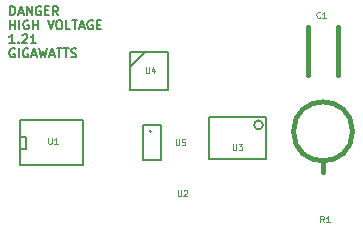
<source format=gto>
%FSLAX34Y34*%
G04 Gerber Fmt 3.4, Leading zero omitted, Abs format*
G04 (created by PCBNEW (2014-01-25 BZR 4633)-product) date Thu 30 Jan 2014 08:02:40 PM EST*
%MOIN*%
G01*
G70*
G90*
G04 APERTURE LIST*
%ADD10C,0.005906*%
%ADD11C,0.005000*%
%ADD12C,0.015000*%
%ADD13C,0.008000*%
%ADD14C,0.003000*%
G04 APERTURE END LIST*
G54D10*
G54D11*
X68461Y-42090D02*
X68461Y-41790D01*
X68532Y-41790D01*
X68575Y-41805D01*
X68604Y-41833D01*
X68618Y-41862D01*
X68632Y-41919D01*
X68632Y-41962D01*
X68618Y-42019D01*
X68604Y-42047D01*
X68575Y-42076D01*
X68532Y-42090D01*
X68461Y-42090D01*
X68747Y-42005D02*
X68890Y-42005D01*
X68718Y-42090D02*
X68818Y-41790D01*
X68918Y-42090D01*
X69018Y-42090D02*
X69018Y-41790D01*
X69190Y-42090D01*
X69190Y-41790D01*
X69490Y-41805D02*
X69461Y-41790D01*
X69418Y-41790D01*
X69375Y-41805D01*
X69347Y-41833D01*
X69332Y-41862D01*
X69318Y-41919D01*
X69318Y-41962D01*
X69332Y-42019D01*
X69347Y-42047D01*
X69375Y-42076D01*
X69418Y-42090D01*
X69447Y-42090D01*
X69490Y-42076D01*
X69504Y-42062D01*
X69504Y-41962D01*
X69447Y-41962D01*
X69632Y-41933D02*
X69732Y-41933D01*
X69775Y-42090D02*
X69632Y-42090D01*
X69632Y-41790D01*
X69775Y-41790D01*
X70075Y-42090D02*
X69975Y-41947D01*
X69904Y-42090D02*
X69904Y-41790D01*
X70018Y-41790D01*
X70047Y-41805D01*
X70061Y-41819D01*
X70075Y-41847D01*
X70075Y-41890D01*
X70061Y-41919D01*
X70047Y-41933D01*
X70018Y-41947D01*
X69904Y-41947D01*
X68461Y-42560D02*
X68461Y-42260D01*
X68461Y-42403D02*
X68632Y-42403D01*
X68632Y-42560D02*
X68632Y-42260D01*
X68775Y-42560D02*
X68775Y-42260D01*
X69075Y-42275D02*
X69047Y-42260D01*
X69004Y-42260D01*
X68961Y-42275D01*
X68932Y-42303D01*
X68918Y-42332D01*
X68904Y-42389D01*
X68904Y-42432D01*
X68918Y-42489D01*
X68932Y-42517D01*
X68961Y-42546D01*
X69004Y-42560D01*
X69032Y-42560D01*
X69075Y-42546D01*
X69090Y-42532D01*
X69090Y-42432D01*
X69032Y-42432D01*
X69218Y-42560D02*
X69218Y-42260D01*
X69218Y-42403D02*
X69390Y-42403D01*
X69390Y-42560D02*
X69390Y-42260D01*
X69718Y-42260D02*
X69818Y-42560D01*
X69918Y-42260D01*
X70075Y-42260D02*
X70132Y-42260D01*
X70161Y-42275D01*
X70190Y-42303D01*
X70204Y-42360D01*
X70204Y-42460D01*
X70190Y-42517D01*
X70161Y-42546D01*
X70132Y-42560D01*
X70075Y-42560D01*
X70047Y-42546D01*
X70018Y-42517D01*
X70004Y-42460D01*
X70004Y-42360D01*
X70018Y-42303D01*
X70047Y-42275D01*
X70075Y-42260D01*
X70475Y-42560D02*
X70332Y-42560D01*
X70332Y-42260D01*
X70532Y-42260D02*
X70704Y-42260D01*
X70618Y-42560D02*
X70618Y-42260D01*
X70790Y-42475D02*
X70932Y-42475D01*
X70761Y-42560D02*
X70861Y-42260D01*
X70961Y-42560D01*
X71218Y-42275D02*
X71190Y-42260D01*
X71147Y-42260D01*
X71104Y-42275D01*
X71075Y-42303D01*
X71061Y-42332D01*
X71047Y-42389D01*
X71047Y-42432D01*
X71061Y-42489D01*
X71075Y-42517D01*
X71104Y-42546D01*
X71147Y-42560D01*
X71175Y-42560D01*
X71218Y-42546D01*
X71232Y-42532D01*
X71232Y-42432D01*
X71175Y-42432D01*
X71361Y-42403D02*
X71461Y-42403D01*
X71504Y-42560D02*
X71361Y-42560D01*
X71361Y-42260D01*
X71504Y-42260D01*
X68618Y-43030D02*
X68447Y-43030D01*
X68532Y-43030D02*
X68532Y-42730D01*
X68504Y-42773D01*
X68475Y-42802D01*
X68447Y-42816D01*
X68747Y-43002D02*
X68761Y-43016D01*
X68747Y-43030D01*
X68732Y-43016D01*
X68747Y-43002D01*
X68747Y-43030D01*
X68875Y-42759D02*
X68890Y-42745D01*
X68918Y-42730D01*
X68990Y-42730D01*
X69018Y-42745D01*
X69032Y-42759D01*
X69047Y-42787D01*
X69047Y-42816D01*
X69032Y-42859D01*
X68861Y-43030D01*
X69047Y-43030D01*
X69332Y-43030D02*
X69161Y-43030D01*
X69247Y-43030D02*
X69247Y-42730D01*
X69218Y-42773D01*
X69189Y-42802D01*
X69161Y-42816D01*
X68618Y-43215D02*
X68590Y-43200D01*
X68547Y-43200D01*
X68504Y-43215D01*
X68475Y-43243D01*
X68461Y-43272D01*
X68447Y-43329D01*
X68447Y-43372D01*
X68461Y-43429D01*
X68475Y-43457D01*
X68504Y-43486D01*
X68547Y-43500D01*
X68575Y-43500D01*
X68618Y-43486D01*
X68632Y-43472D01*
X68632Y-43372D01*
X68575Y-43372D01*
X68761Y-43500D02*
X68761Y-43200D01*
X69061Y-43215D02*
X69032Y-43200D01*
X68990Y-43200D01*
X68947Y-43215D01*
X68918Y-43243D01*
X68904Y-43272D01*
X68890Y-43329D01*
X68890Y-43372D01*
X68904Y-43429D01*
X68918Y-43457D01*
X68947Y-43486D01*
X68990Y-43500D01*
X69018Y-43500D01*
X69061Y-43486D01*
X69075Y-43472D01*
X69075Y-43372D01*
X69018Y-43372D01*
X69190Y-43415D02*
X69332Y-43415D01*
X69161Y-43500D02*
X69261Y-43200D01*
X69361Y-43500D01*
X69432Y-43200D02*
X69504Y-43500D01*
X69561Y-43286D01*
X69618Y-43500D01*
X69690Y-43200D01*
X69790Y-43415D02*
X69932Y-43415D01*
X69761Y-43500D02*
X69861Y-43200D01*
X69961Y-43500D01*
X70018Y-43200D02*
X70190Y-43200D01*
X70104Y-43500D02*
X70104Y-43200D01*
X70247Y-43200D02*
X70418Y-43200D01*
X70332Y-43500D02*
X70332Y-43200D01*
X70504Y-43486D02*
X70547Y-43500D01*
X70618Y-43500D01*
X70647Y-43486D01*
X70661Y-43472D01*
X70675Y-43443D01*
X70675Y-43415D01*
X70661Y-43386D01*
X70647Y-43372D01*
X70618Y-43357D01*
X70561Y-43343D01*
X70532Y-43329D01*
X70518Y-43315D01*
X70504Y-43286D01*
X70504Y-43257D01*
X70518Y-43229D01*
X70532Y-43215D01*
X70561Y-43200D01*
X70632Y-43200D01*
X70675Y-43215D01*
G54D12*
X79400Y-44100D02*
X79400Y-42500D01*
X78400Y-42500D02*
X78400Y-44100D01*
X78900Y-46911D02*
X78900Y-47305D01*
X79884Y-45966D02*
G75*
G03X79884Y-45966I-984J0D01*
G74*
G01*
G54D11*
X68800Y-47050D02*
X68800Y-47100D01*
X68800Y-47100D02*
X70900Y-47100D01*
X70900Y-45600D02*
X68800Y-45600D01*
X68800Y-45600D02*
X68800Y-47050D01*
X68800Y-46150D02*
X69000Y-46150D01*
X69000Y-46150D02*
X69000Y-46550D01*
X69000Y-46550D02*
X68800Y-46550D01*
X70900Y-45600D02*
X70900Y-47100D01*
G54D13*
X77000Y-46900D02*
X75100Y-46900D01*
X75100Y-46900D02*
X75100Y-45500D01*
X75100Y-45500D02*
X77000Y-45500D01*
X77000Y-45500D02*
X77000Y-46900D01*
X76900Y-45750D02*
G75*
G03X76900Y-45750I-150J0D01*
G74*
G01*
X72475Y-43825D02*
X72950Y-43325D01*
X72475Y-43325D02*
X72475Y-44575D01*
X72475Y-44575D02*
X73725Y-44575D01*
X73725Y-44575D02*
X73725Y-43325D01*
X73725Y-43325D02*
X72475Y-43325D01*
G54D10*
X72910Y-46935D02*
X72910Y-45760D01*
X72910Y-45760D02*
X73485Y-45760D01*
X73485Y-45760D02*
X73485Y-46935D01*
X73485Y-46935D02*
X72935Y-46935D01*
X73160Y-45960D02*
G75*
G03X73160Y-45960I-25J0D01*
G74*
G01*
G54D14*
X78806Y-42161D02*
X78797Y-42170D01*
X78768Y-42180D01*
X78749Y-42180D01*
X78720Y-42170D01*
X78701Y-42151D01*
X78692Y-42132D01*
X78682Y-42094D01*
X78682Y-42066D01*
X78692Y-42028D01*
X78701Y-42009D01*
X78720Y-41990D01*
X78749Y-41980D01*
X78768Y-41980D01*
X78797Y-41990D01*
X78806Y-41999D01*
X78997Y-42180D02*
X78882Y-42180D01*
X78940Y-42180D02*
X78940Y-41980D01*
X78920Y-42009D01*
X78901Y-42028D01*
X78882Y-42037D01*
X78926Y-48990D02*
X78860Y-48895D01*
X78812Y-48990D02*
X78812Y-48790D01*
X78888Y-48790D01*
X78907Y-48800D01*
X78917Y-48809D01*
X78926Y-48828D01*
X78926Y-48857D01*
X78917Y-48876D01*
X78907Y-48885D01*
X78888Y-48895D01*
X78812Y-48895D01*
X79117Y-48990D02*
X79002Y-48990D01*
X79060Y-48990D02*
X79060Y-48790D01*
X79040Y-48819D01*
X79021Y-48838D01*
X79002Y-48847D01*
X69737Y-46180D02*
X69737Y-46342D01*
X69747Y-46361D01*
X69756Y-46370D01*
X69775Y-46380D01*
X69813Y-46380D01*
X69832Y-46370D01*
X69842Y-46361D01*
X69851Y-46342D01*
X69851Y-46180D01*
X70051Y-46380D02*
X69937Y-46380D01*
X69994Y-46380D02*
X69994Y-46180D01*
X69975Y-46209D01*
X69956Y-46228D01*
X69937Y-46237D01*
X75897Y-46390D02*
X75897Y-46552D01*
X75907Y-46571D01*
X75916Y-46580D01*
X75935Y-46590D01*
X75973Y-46590D01*
X75992Y-46580D01*
X76002Y-46571D01*
X76011Y-46552D01*
X76011Y-46390D01*
X76088Y-46390D02*
X76211Y-46390D01*
X76145Y-46466D01*
X76173Y-46466D01*
X76192Y-46476D01*
X76202Y-46485D01*
X76211Y-46504D01*
X76211Y-46552D01*
X76202Y-46571D01*
X76192Y-46580D01*
X76173Y-46590D01*
X76116Y-46590D01*
X76097Y-46580D01*
X76088Y-46571D01*
X72987Y-43830D02*
X72987Y-43992D01*
X72997Y-44011D01*
X73006Y-44020D01*
X73025Y-44030D01*
X73063Y-44030D01*
X73082Y-44020D01*
X73092Y-44011D01*
X73101Y-43992D01*
X73101Y-43830D01*
X73282Y-43897D02*
X73282Y-44030D01*
X73235Y-43820D02*
X73187Y-43963D01*
X73311Y-43963D01*
X73997Y-46230D02*
X73997Y-46392D01*
X74007Y-46411D01*
X74016Y-46420D01*
X74035Y-46430D01*
X74073Y-46430D01*
X74092Y-46420D01*
X74102Y-46411D01*
X74111Y-46392D01*
X74111Y-46230D01*
X74302Y-46230D02*
X74207Y-46230D01*
X74197Y-46325D01*
X74207Y-46316D01*
X74226Y-46306D01*
X74273Y-46306D01*
X74292Y-46316D01*
X74302Y-46325D01*
X74311Y-46344D01*
X74311Y-46392D01*
X74302Y-46411D01*
X74292Y-46420D01*
X74273Y-46430D01*
X74226Y-46430D01*
X74207Y-46420D01*
X74197Y-46411D01*
X74057Y-47920D02*
X74057Y-48082D01*
X74067Y-48101D01*
X74076Y-48110D01*
X74095Y-48120D01*
X74133Y-48120D01*
X74152Y-48110D01*
X74162Y-48101D01*
X74171Y-48082D01*
X74171Y-47920D01*
X74257Y-47939D02*
X74267Y-47930D01*
X74286Y-47920D01*
X74333Y-47920D01*
X74352Y-47930D01*
X74362Y-47939D01*
X74371Y-47958D01*
X74371Y-47977D01*
X74362Y-48006D01*
X74248Y-48120D01*
X74371Y-48120D01*
M02*

</source>
